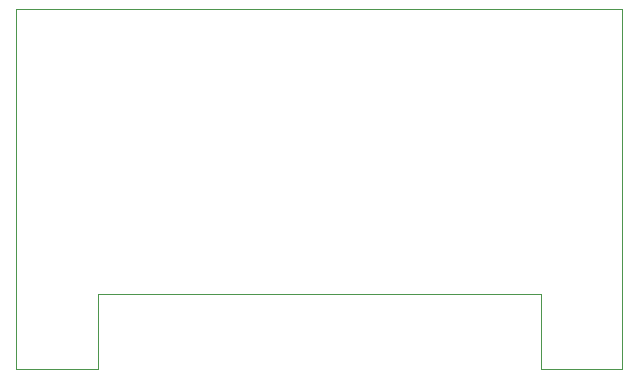
<source format=gbr>
%TF.GenerationSoftware,KiCad,Pcbnew,6.0.5-2.fc35*%
%TF.CreationDate,2022-09-23T18:32:41+02:00*%
%TF.ProjectId,Stromversorgung f_r Breadboard,5374726f-6d76-4657-9273-6f7267756e67,1*%
%TF.SameCoordinates,Original*%
%TF.FileFunction,Profile,NP*%
%FSLAX46Y46*%
G04 Gerber Fmt 4.6, Leading zero omitted, Abs format (unit mm)*
G04 Created by KiCad (PCBNEW 6.0.5-2.fc35) date 2022-09-23 18:32:41*
%MOMM*%
%LPD*%
G01*
G04 APERTURE LIST*
%TA.AperFunction,Profile*%
%ADD10C,0.100000*%
%TD*%
%TA.AperFunction,Profile*%
%ADD11C,0.120000*%
%TD*%
G04 APERTURE END LIST*
D10*
X114300000Y-93980000D02*
X121285000Y-93980000D01*
X165608000Y-93980000D02*
X158750000Y-93980000D01*
X165608000Y-63500000D02*
X165608000Y-93980000D01*
X114317000Y-63493000D02*
X114300000Y-93980000D01*
X121285000Y-93980000D02*
X121285000Y-87630000D01*
X121285000Y-87630000D02*
X158750000Y-87630000D01*
X158750000Y-93980000D02*
X158750000Y-87630000D01*
X132317000Y-63493000D02*
X165608000Y-63500000D01*
D11*
%TO.C,J1*%
X132317000Y-63493000D02*
X114317000Y-63493000D01*
%TD*%
M02*

</source>
